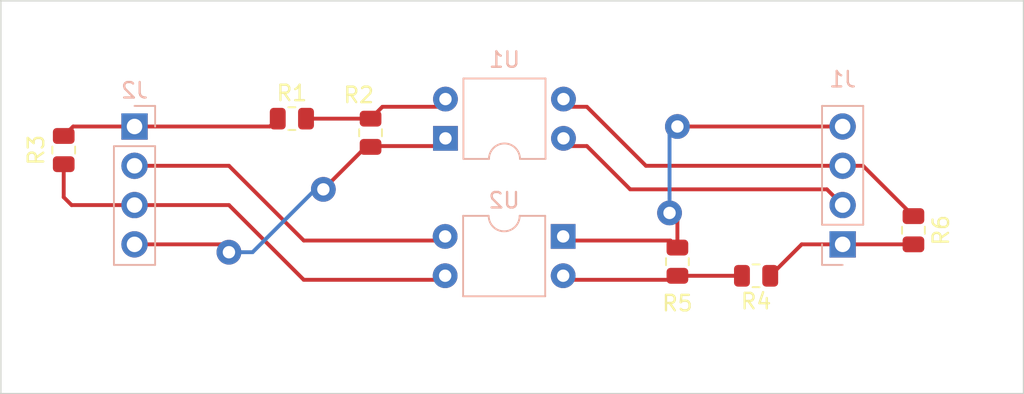
<source format=kicad_pcb>
(kicad_pcb (version 20211014) (generator pcbnew)
  (layers (0 "F.Cu" signal) (31 "B.Cu" signal) (34 "B.Paste" user) (35 "F.Paste" user) (36 "B.SilkS" user "B.Silkscreen") (37 "F.SilkS" user "F.Silkscreen") (38 "B.Mask" user) (39 "F.Mask" user) (44 "Edge.Cuts" user))
  (net 0 "")
  (net 1 "Net-(J1-Pad1)")
  (net 2 "Net-(J1-Pad2)")
  (net 3 "Net-(J1-Pad3)")
  (net 4 "Net-(J1-Pad4)")
  (net 5 "+5V")
  (net 6 "Net-(R1-Pad2)")
  (net 7 "Net-(R4-Pad2)")
  (net 8 "GNDS")
  (net 9 "Net-(R3-Pad1)")
  (net 10 "Net-(R2-Pad2)")
  (footprint "Resistor_SMD:R_0805_2012Metric" (layer "F.Cu") (at 155.956 53.34 180)
    (fp_text reference "R4" (at 0 -1.65) (layer "F.SilkS"))
    (fp_text value "510R")
    (fp_line (start -0.227064 0.735) (end 0.227064 0.735) (layer "F.SilkS") (width 0.12))
    (fp_line (start -0.227064 -0.735) (end 0.227064 -0.735) (layer "F.SilkS") (width 0.12))
    (pad "1" smd roundrect (at -0.9125 0 180) (size 1.025 1.4) (layers "F.Cu" "F.Paste" "F.Mask") (roundrect_rratio 0.243902) (net 1 "Net-(J1-Pad1)"))
    (pad "2" smd roundrect (at 0.9125 0 180) (size 1.025 1.4) (layers "F.Cu" "F.Paste" "F.Mask") (roundrect_rratio 0.243902) (net 7 "Net-(R4-Pad2)"))
  )
  (footprint "Resistor_SMD:R_0805_2012Metric" (layer "F.Cu") (at 131.064 44.0925 -90)
    (fp_text reference "R2" (at -2.4365 0.762 180) (layer "F.SilkS"))
    (fp_text value "10k")
    (fp_line (start -0.227064 0.735) (end 0.227064 0.735) (layer "F.SilkS") (width 0.12))
    (fp_line (start -0.227064 -0.735) (end 0.227064 -0.735) (layer "F.SilkS") (width 0.12))
    (pad "1" smd roundrect (at -0.9125 0 270) (size 1.025 1.4) (layers "F.Cu" "F.Paste" "F.Mask") (roundrect_rratio 0.243902) (net 6 "Net-(R1-Pad2)"))
    (pad "2" smd roundrect (at 0.9125 0 270) (size 1.025 1.4) (layers "F.Cu" "F.Paste" "F.Mask") (roundrect_rratio 0.243902) (net 10 "Net-(R2-Pad2)"))
  )
  (footprint "Resistor_SMD:R_0805_2012Metric" (layer "F.Cu") (at 166.116 50.3955 -90)
    (fp_text reference "R6" (at 0 -1.778 90) (layer "F.SilkS"))
    (fp_text value "2k2")
    (fp_line (start -0.227064 0.735) (end 0.227064 0.735) (layer "F.SilkS") (width 0.12))
    (fp_line (start -0.227064 -0.735) (end 0.227064 -0.735) (layer "F.SilkS") (width 0.12))
    (pad "1" smd roundrect (at -0.9125 0 270) (size 1.025 1.4) (layers "F.Cu" "F.Paste" "F.Mask") (roundrect_rratio 0.243902) (net 3 "Net-(J1-Pad3)"))
    (pad "2" smd roundrect (at 0.9125 0 270) (size 1.025 1.4) (layers "F.Cu" "F.Paste" "F.Mask") (roundrect_rratio 0.243902) (net 1 "Net-(J1-Pad1)"))
  )
  (footprint "Resistor_SMD:R_0805_2012Metric" (layer "F.Cu") (at 111.252 45.212 90)
    (fp_text reference "R3" (at 0 -1.778 90) (layer "F.SilkS"))
    (fp_text value "2k2")
    (fp_line (start -0.227064 -0.735) (end 0.227064 -0.735) (layer "F.SilkS") (width 0.12))
    (fp_line (start -0.227064 0.735) (end 0.227064 0.735) (layer "F.SilkS") (width 0.12))
    (pad "1" smd roundrect (at -0.9125 0 90) (size 1.025 1.4) (layers "F.Cu" "F.Paste" "F.Mask") (roundrect_rratio 0.243902) (net 9 "Net-(R3-Pad1)"))
    (pad "2" smd roundrect (at 0.9125 0 90) (size 1.025 1.4) (layers "F.Cu" "F.Paste" "F.Mask") (roundrect_rratio 0.243902) (net 5 "+5V"))
  )
  (footprint "Resistor_SMD:R_0805_2012Metric" (layer "F.Cu") (at 125.984 43.18)
    (fp_text reference "R1" (at 0 -1.65) (layer "F.SilkS"))
    (fp_text value "510R")
    (fp_line (start -0.227064 0.735) (end 0.227064 0.735) (layer "F.SilkS") (width 0.12))
    (fp_line (start -0.227064 -0.735) (end 0.227064 -0.735) (layer "F.SilkS") (width 0.12))
    (pad "1" smd roundrect (at -0.9125 0) (size 1.025 1.4) (layers "F.Cu" "F.Paste" "F.Mask") (roundrect_rratio 0.243902) (net 5 "+5V"))
    (pad "2" smd roundrect (at 0.9125 0) (size 1.025 1.4) (layers "F.Cu" "F.Paste" "F.Mask") (roundrect_rratio 0.243902) (net 6 "Net-(R1-Pad2)"))
  )
  (footprint "Resistor_SMD:R_0805_2012Metric" (layer "F.Cu") (at 150.876 52.4275 90)
    (fp_text reference "R5" (at -2.6905 0 180) (layer "F.SilkS"))
    (fp_text value "10k")
    (fp_line (start -0.227064 -0.735) (end 0.227064 -0.735) (layer "F.SilkS") (width 0.12))
    (fp_line (start -0.227064 0.735) (end 0.227064 0.735) (layer "F.SilkS") (width 0.12))
    (pad "1" smd roundrect (at -0.9125 0 90) (size 1.025 1.4) (layers "F.Cu" "F.Paste" "F.Mask") (roundrect_rratio 0.243902) (net 7 "Net-(R4-Pad2)"))
    (pad "2" smd roundrect (at 0.9125 0 90) (size 1.025 1.4) (layers "F.Cu" "F.Paste" "F.Mask") (roundrect_rratio 0.243902) (net 4 "Net-(J1-Pad4)"))
  )
  (footprint "Package_DIP:DIP-4_W7.62mm" (layer "B.Cu") (at 143.5 50.795 180)
    (fp_text reference "U2" (at 3.81 2.33) (layer "B.SilkS") (effects (justify mirror)))
    (fp_text value "SFH618A")
    (fp_line (start 6.46 1.33) (end 4.81 1.33) (layer "B.SilkS") (width 0.12))
    (fp_line (start 6.46 -3.87) (end 6.46 1.33) (layer "B.SilkS") (width 0.12))
    (fp_line (start 1.16 1.33) (end 1.16 -3.87) (layer "B.SilkS") (width 0.12))
    (fp_line (start 1.16 -3.87) (end 6.46 -3.87) (layer "B.SilkS") (width 0.12))
    (fp_line (start 2.81 1.33) (end 1.16 1.33) (layer "B.SilkS") (width 0.12))
    (fp_arc (start 2.81 1.33) (mid 3.81 0.33) (end 4.81 1.33) (layer "B.SilkS") (width 0.12))
    (pad "1" thru_hole rect (at 0 0 180) (size 1.6 1.6) (drill 0.8) (layers *.Cu *.Mask) (net 4 "Net-(J1-Pad4)"))
    (pad "2" thru_hole oval (at 0 -2.54 180) (size 1.6 1.6) (drill 0.8) (layers *.Cu *.Mask) (net 4 "Net-(J1-Pad4)"))
    (pad "3" thru_hole oval (at 7.62 -2.54 180) (size 1.6 1.6) (drill 0.8) (layers *.Cu *.Mask) (net 8 "GNDS"))
    (pad "4" thru_hole oval (at 7.62 0 180) (size 1.6 1.6) (drill 0.8) (layers *.Cu *.Mask) (net 9 "Net-(R3-Pad1)"))
  )
  (footprint "Connector_PinHeader_2.54mm:PinHeader_1x04_P2.54mm_Vertical" (layer "B.Cu") (at 161.544 51.308)
    (fp_text reference "J1" (at 0 -10.668) (layer "B.SilkS") (effects (justify mirror)))
    (fp_text value "Conn_01x04")
    (fp_line (start -1.33 0) (end -1.33 1.33) (layer "B.SilkS") (width 0.12))
    (fp_line (start -1.33 -1.27) (end -1.33 -8.95) (layer "B.SilkS") (width 0.12))
    (fp_line (start -1.33 1.33) (end 0 1.33) (layer "B.SilkS") (width 0.12))
    (fp_line (start -1.33 -1.27) (end 1.33 -1.27) (layer "B.SilkS") (width 0.12))
    (fp_line (start -1.33 -8.95) (end 1.33 -8.95) (layer "B.SilkS") (width 0.12))
    (fp_line (start 1.33 -1.27) (end 1.33 -8.95) (layer "B.SilkS") (width 0.12))
    (pad "1" thru_hole rect (at 0 0) (size 1.7 1.7) (drill 1) (layers *.Cu *.Mask) (net 1 "Net-(J1-Pad1)"))
    (pad "2" thru_hole oval (at 0 -2.54) (size 1.7 1.7) (drill 1) (layers *.Cu *.Mask) (net 2 "Net-(J1-Pad2)"))
    (pad "3" thru_hole oval (at 0 -5.08) (size 1.7 1.7) (drill 1) (layers *.Cu *.Mask) (net 3 "Net-(J1-Pad3)"))
    (pad "4" thru_hole oval (at 0 -7.62) (size 1.7 1.7) (drill 1) (layers *.Cu *.Mask) (net 4 "Net-(J1-Pad4)"))
  )
  (footprint "Package_DIP:DIP-4_W7.62mm" (layer "B.Cu") (at 135.9 44.455)
    (fp_text reference "U1" (at 3.81 -5.085) (layer "B.SilkS") (effects (justify mirror)))
    (fp_text value "SFH618A")
    (fp_line (start 1.16 1.33) (end 1.16 -3.87) (layer "B.SilkS") (width 0.12))
    (fp_line (start 2.81 1.33) (end 1.16 1.33) (layer "B.SilkS") (width 0.12))
    (fp_line (start 6.46 1.33) (end 4.81 1.33) (layer "B.SilkS") (width 0.12))
    (fp_line (start 6.46 -3.87) (end 6.46 1.33) (layer "B.SilkS") (width 0.12))
    (fp_line (start 1.16 -3.87) (end 6.46 -3.87) (layer "B.SilkS") (width 0.12))
    (fp_arc (start 2.81 1.33) (mid 3.81 0.33) (end 4.81 1.33) (layer "B.SilkS") (width 0.12))
    (pad "1" thru_hole rect (at 0 0) (size 1.6 1.6) (drill 0.8) (layers *.Cu *.Mask) (net 10 "Net-(R2-Pad2)"))
    (pad "2" thru_hole oval (at 0 -2.54) (size 1.6 1.6) (drill 0.8) (layers *.Cu *.Mask) (net 10 "Net-(R2-Pad2)"))
    (pad "3" thru_hole oval (at 7.62 -2.54) (size 1.6 1.6) (drill 0.8) (layers *.Cu *.Mask) (net 2 "Net-(J1-Pad2)"))
    (pad "4" thru_hole oval (at 7.62 0) (size 1.6 1.6) (drill 0.8) (layers *.Cu *.Mask) (net 3 "Net-(J1-Pad3)"))
  )
  (footprint "Connector_PinHeader_2.54mm:PinHeader_1x04_P2.54mm_Vertical" (layer "B.Cu") (at 115.824 43.688 180)
    (fp_text reference "J2" (at 0 2.33) (layer "B.SilkS") (effects (justify mirror)))
    (fp_text value "Conn_01x04")
    (fp_line (start -1.33 1.33) (end 0 1.33) (layer "B.SilkS") (width 0.12))
    (fp_line (start -1.33 -1.27) (end -1.33 -8.95) (layer "B.SilkS") (width 0.12))
    (fp_line (start -1.33 -8.95) (end 1.33 -8.95) (layer "B.SilkS") (width 0.12))
    (fp_line (start 1.33 -1.27) (end 1.33 -8.95) (layer "B.SilkS") (width 0.12))
    (fp_line (start -1.33 -1.27) (end 1.33 -1.27) (layer "B.SilkS") (width 0.12))
    (fp_line (start -1.33 0) (end -1.33 1.33) (layer "B.SilkS") (width 0.12))
    (pad "1" thru_hole rect (at 0 0 180) (size 1.7 1.7) (drill 1) (layers *.Cu *.Mask) (net 5 "+5V"))
    (pad "2" thru_hole oval (at 0 -2.54 180) (size 1.7 1.7) (drill 1) (layers *.Cu *.Mask) (net 8 "GNDS"))
    (pad "3" thru_hole oval (at 0 -5.08 180) (size 1.7 1.7) (drill 1) (layers *.Cu *.Mask) (net 9 "Net-(R3-Pad1)"))
    (pad "4" thru_hole oval (at 0 -7.62 180) (size 1.7 1.7) (drill 1) (layers *.Cu *.Mask) (net 10 "Net-(R2-Pad2)"))
  )
  (gr_rect (start 173.228 60.96) (end 107.188 35.56) (layer "Edge.Cuts") (width 0.1) (fill none))
  (segment (start 158.9005 51.308) (end 161.544 51.308) (width 0.25) (layer "F.Cu") (net 1))
  (segment (start 156.8685 53.34) (end 158.9005 51.308) (width 0.25) (layer "F.Cu") (net 1))
  (segment (start 161.544 51.308) (end 166.116 51.308) (width 0.25) (layer "F.Cu") (net 1))
  (segment (start 145.029 44.953) (end 147.828 47.752) (width 0.25) (layer "F.Cu") (net 2))
  (segment (start 160.528 47.752) (end 161.544 48.768) (width 0.25) (layer "F.Cu") (net 2))
  (segment (start 143.52 44.953) (end 145.029 44.953) (width 0.25) (layer "F.Cu") (net 2))
  (segment (start 147.828 47.752) (end 160.528 47.752) (width 0.25) (layer "F.Cu") (net 2))
  (segment (start 145.029 42.413) (end 148.844 46.228) (width 0.25) (layer "F.Cu") (net 3))
  (segment (start 162.861 46.228) (end 161.544 46.228) (width 0.25) (layer "F.Cu") (net 3))
  (segment (start 148.844 46.228) (end 161.544 46.228) (width 0.25) (layer "F.Cu") (net 3))
  (segment (start 166.116 49.483) (end 162.861 46.228) (width 0.25) (layer "F.Cu") (net 3))
  (segment (start 143.52 42.413) (end 145.029 42.413) (width 0.25) (layer "F.Cu") (net 3))
  (segment (start 143.5 51.059) (end 150.42 51.059) (width 0.25) (layer "F.Cu") (net 4))
  (segment (start 150.876 51.515) (end 150.876 49.784) (width 0.25) (layer "F.Cu") (net 4))
  (segment (start 150.42 51.059) (end 150.876 51.515) (width 0.25) (layer "F.Cu") (net 4))
  (segment (start 150.876 49.784) (end 150.368 49.276) (width 0.25) (layer "F.Cu") (net 4))
  (segment (start 150.876 43.688) (end 161.544 43.688) (width 0.25) (layer "F.Cu") (net 4))
  (via (at 150.876 43.688) (size 1.6) (drill 0.8) (layers "F.Cu" "B.Cu") (net 4))
  (via (at 150.368 49.276) (size 1.6) (drill 0.8) (layers "F.Cu" "B.Cu") (net 4))
  (segment (start 150.368 44.196) (end 150.876 43.688) (width 0.25) (layer "B.Cu") (net 4))
  (segment (start 150.368 49.276) (end 150.368 44.196) (width 0.25) (layer "B.Cu") (net 4))
  (segment (start 111.252 44.2995) (end 111.8635 43.688) (width 0.25) (layer "F.Cu") (net 5))
  (segment (start 124.5635 43.688) (end 125.0715 43.18) (width 0.25) (layer "F.Cu") (net 5))
  (segment (start 115.824 43.688) (end 124.5635 43.688) (width 0.25) (layer "F.Cu") (net 5))
  (segment (start 111.8635 43.688) (end 115.824 43.688) (width 0.25) (layer "F.Cu") (net 5))
  (segment (start 126.8965 43.18) (end 131.064 43.18) (width 0.25) (layer "F.Cu") (net 6))
  (segment (start 131.064 43.18) (end 131.831 42.413) (width 0.25) (layer "F.Cu") (net 6))
  (segment (start 131.831 42.413) (end 135.9 42.413) (width 0.25) (layer "F.Cu") (net 6))
  (segment (start 150.617 53.599) (end 150.876 53.34) (width 0.25) (layer "F.Cu") (net 7))
  (segment (start 150.876 53.34) (end 155.0435 53.34) (width 0.25) (layer "F.Cu") (net 7))
  (segment (start 143.5 53.599) (end 150.617 53.599) (width 0.25) (layer "F.Cu") (net 7))
  (segment (start 121.92 46.228) (end 115.824 46.228) (width 0.25) (layer "F.Cu") (net 8))
  (segment (start 135.88 51.059) (end 126.751 51.059) (width 0.25) (layer "F.Cu") (net 8))
  (segment (start 126.751 51.059) (end 121.92 46.228) (width 0.25) (layer "F.Cu") (net 8))
  (segment (start 121.92 48.768) (end 126.751 53.599) (width 0.25) (layer "F.Cu") (net 9))
  (segment (start 126.751 53.599) (end 135.88 53.599) (width 0.25) (layer "F.Cu") (net 9))
  (segment (start 111.252 46.1245) (end 111.252 48.26) (width 0.25) (layer "F.Cu") (net 9))
  (segment (start 115.824 48.768) (end 121.92 48.768) (width 0.25) (layer "F.Cu") (net 9))
  (segment (start 111.252 48.26) (end 111.76 48.768) (width 0.25) (layer "F.Cu") (net 9))
  (segment (start 111.76 48.768) (end 115.824 48.768) (width 0.25) (layer "F.Cu") (net 9))
  (segment (start 130.763 45.005) (end 131.064 45.005) (width 0.25) (layer "F.Cu") (net 10))
  (segment (start 115.824 51.308) (end 121.412 51.308) (width 0.25) (layer "F.Cu") (net 10))
  (segment (start 128.016 47.752) (end 130.763 45.005) (width 0.25) (layer "F.Cu") (net 10))
  (segment (start 121.412 51.308) (end 121.92 51.816) (width 0.25) (layer "F.Cu") (net 10))
  (segment (start 135.9 44.953) (end 131.116 44.953) (width 0.25) (layer "F.Cu") (net 10))
  (segment (start 131.116 44.953) (end 131.064 45.005) (width 0.25) (layer "F.Cu") (net 10))
  (via (at 128.016 47.752) (size 1.6) (drill 0.8) (layers "F.Cu" "B.Cu") (net 10))
  (via (at 121.92 51.816) (size 1.6) (drill 0.8) (layers "F.Cu" "B.Cu") (net 10))
  (segment (start 121.92 51.816) (end 123.444 51.816) (width 0.25) (layer "B.Cu") (net 10))
  (segment (start 127.508 47.752) (end 128.016 47.752) (width 0.25) (layer "B.Cu") (net 10))
  (segment (start 123.444 51.816) (end 127.508 47.752) (width 0.25) (layer "B.Cu") (net 10))
)
</source>
